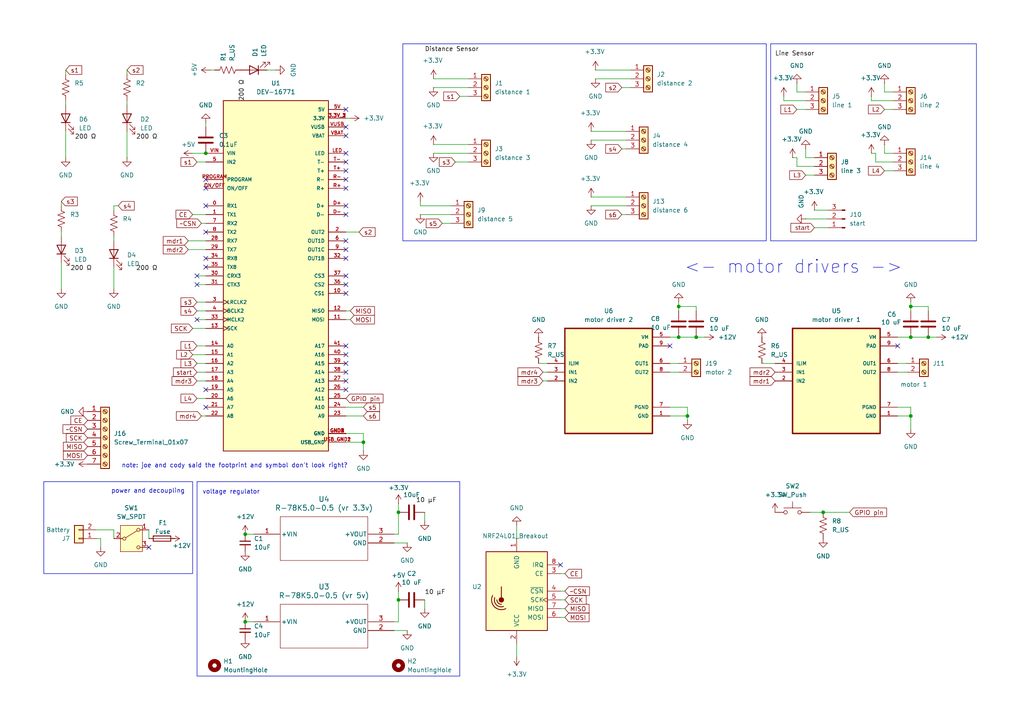
<source format=kicad_sch>
(kicad_sch (version 20250114) (generator "eeschema") (generator_version "9.0")
  (paper "A4")
  (rectangle (start 116.84 12.7) (end 222.25 69.85))
  (rectangle (start 223.52 12.7) (end 283.21 69.85))
  (rectangle (start 57.15 139.7) (end 133.35 196.088))
  (rectangle (start 12.7 139.7) (end 55.88 166.37))
  (text "power and decoupling" (at 42.926 142.494 0) (effects (font (size 1.27 1.27))))
  (text "voltage regulator" (at 67.056 142.748 0) (effects (font (size 1.27 1.27))))
  (text "note: joe and cody said the footprint and symbol don't look right?" (at 68.072 135.128 0) (effects (font (size 1.27 1.27))))
  (text "<- motor drivers ->" (at 230.124 77.47 0) (effects (font (size 3.81 3.81))))
  (junction (at 196.85 97.79))
  (junction (at 105.41 128.27))
  (junction (at 59.69 44.45))
  (junction (at 201.93 97.79))
  (junction (at 199.39 120.65))
  (junction (at 269.24 97.79))
  (junction (at 264.16 97.79))
  (junction (at 264.16 120.65))
  (junction (at 71.12 180.34))
  (junction (at 196.85 88.9))
  (junction (at 115.57 148.59))
  (junction (at 238.76 148.59))
  (junction (at 115.57 173.99))
  (junction (at 71.12 154.94))
  (junction (at 264.16 88.9))
  (no_connect (at 59.69 54.61))
  (no_connect (at 100.33 113.03))
  (no_connect (at 100.33 107.95))
  (no_connect (at 100.33 59.69))
  (no_connect (at 100.33 82.55))
  (no_connect (at 100.33 31.75))
  (no_connect (at 59.69 67.31))
  (no_connect (at 59.69 113.03))
  (no_connect (at 43.18 158.75))
  (no_connect (at 59.69 118.11))
  (no_connect (at 100.33 44.45))
  (no_connect (at 162.56 163.83))
  (no_connect (at 57.15 82.55))
  (no_connect (at 100.33 74.93))
  (no_connect (at 100.33 85.09))
  (no_connect (at 59.69 74.93))
  (no_connect (at 100.33 100.33))
  (no_connect (at 59.69 52.07))
  (no_connect (at 100.33 105.41))
  (no_connect (at 100.33 54.61))
  (no_connect (at 100.33 69.85))
  (no_connect (at 57.15 92.71))
  (no_connect (at 100.33 39.37))
  (no_connect (at 100.33 102.87))
  (no_connect (at 100.33 110.49))
  (no_connect (at 100.33 62.23))
  (no_connect (at 59.69 59.69))
  (no_connect (at 260.35 100.33))
  (no_connect (at 59.69 77.47))
  (no_connect (at 100.33 46.99))
  (no_connect (at 194.31 100.33))
  (no_connect (at 100.33 72.39))
  (no_connect (at 100.33 52.07))
  (no_connect (at 100.33 36.83))
  (no_connect (at 100.33 49.53))
  (no_connect (at 100.33 80.01))
  (no_connect (at 57.15 80.01))
  (wire (pts (xy 115.57 146.05) (xy 115.57 148.59)))
  (wire (pts (xy 33.02 59.69) (xy 33.02 60.96)))
  (wire (pts (xy 236.22 60.96) (xy 240.03 60.96)))
  (wire (pts (xy 59.69 35.56) (xy 59.69 36.83)))
  (wire (pts (xy 125.73 22.86) (xy 135.89 22.86)))
  (wire (pts (xy 264.16 88.9) (xy 264.16 87.63)))
  (wire (pts (xy 17.78 58.42) (xy 17.78 59.69)))
  (wire (pts (xy 105.41 130.81) (xy 105.41 128.27)))
  (wire (pts (xy 57.15 92.71) (xy 59.69 92.71)))
  (wire (pts (xy 264.16 120.65) (xy 260.35 120.65)))
  (wire (pts (xy 101.6 34.29) (xy 100.33 34.29)))
  (wire (pts (xy 115.57 171.45) (xy 115.57 173.99)))
  (wire (pts (xy 220.98 105.41) (xy 224.79 105.41)))
  (wire (pts (xy 115.57 154.94) (xy 114.3 154.94)))
  (wire (pts (xy 105.41 120.65) (xy 100.33 120.65)))
  (wire (pts (xy 196.85 97.79) (xy 201.93 97.79)))
  (wire (pts (xy 105.41 128.27) (xy 100.33 128.27)))
  (wire (pts (xy 194.31 105.41) (xy 196.85 105.41)))
  (wire (pts (xy 163.83 176.53) (xy 162.56 176.53)))
  (wire (pts (xy 234.95 148.59) (xy 238.76 148.59)))
  (wire (pts (xy 260.35 105.41) (xy 262.89 105.41)))
  (wire (pts (xy 33.02 69.85) (xy 33.02 68.58)))
  (wire (pts (xy 252.73 29.21) (xy 252.73 27.94)))
  (wire (pts (xy 180.34 25.4) (xy 182.88 25.4)))
  (wire (pts (xy 199.39 120.65) (xy 199.39 118.11)))
  (wire (pts (xy 54.61 69.85) (xy 59.69 69.85)))
  (wire (pts (xy 57.15 82.55) (xy 59.69 82.55)))
  (wire (pts (xy 256.54 24.13) (xy 256.54 26.67)))
  (wire (pts (xy 201.93 97.79) (xy 204.47 97.79)))
  (wire (pts (xy 163.83 173.99) (xy 162.56 173.99)))
  (wire (pts (xy 254 46.99) (xy 259.08 46.99)))
  (wire (pts (xy 264.16 88.9) (xy 264.16 90.17)))
  (wire (pts (xy 157.48 110.49) (xy 158.75 110.49)))
  (wire (pts (xy 199.39 118.11) (xy 194.31 118.11)))
  (wire (pts (xy 196.85 88.9) (xy 196.85 90.17)))
  (wire (pts (xy 157.48 107.95) (xy 158.75 107.95)))
  (wire (pts (xy 57.15 110.49) (xy 59.69 110.49)))
  (wire (pts (xy 264.16 118.11) (xy 264.16 120.65)))
  (wire (pts (xy 231.14 31.75) (xy 233.68 31.75)))
  (wire (pts (xy 57.15 80.01) (xy 59.69 80.01)))
  (wire (pts (xy 115.57 180.34) (xy 114.3 180.34)))
  (wire (pts (xy 254 44.45) (xy 254 46.99)))
  (wire (pts (xy 114.3 157.48) (xy 118.11 157.48)))
  (wire (pts (xy 231.14 48.26) (xy 236.22 48.26)))
  (wire (pts (xy 29.21 156.21) (xy 29.21 158.75)))
  (wire (pts (xy 58.42 120.65) (xy 59.69 120.65)))
  (wire (pts (xy 17.78 68.58) (xy 17.78 67.31)))
  (wire (pts (xy 80.01 20.32) (xy 77.47 20.32)))
  (wire (pts (xy 125.73 41.91) (xy 135.89 41.91)))
  (wire (pts (xy 115.57 173.99) (xy 115.57 180.34)))
  (wire (pts (xy 123.19 148.59) (xy 123.19 151.13)))
  (wire (pts (xy 57.15 107.95) (xy 59.69 107.95)))
  (wire (pts (xy 57.15 90.17) (xy 59.69 90.17)))
  (wire (pts (xy 34.29 59.69) (xy 33.02 59.69)))
  (wire (pts (xy 33.02 77.47) (xy 33.02 83.82)))
  (wire (pts (xy 55.88 62.23) (xy 59.69 62.23)))
  (wire (pts (xy 233.68 45.72) (xy 236.22 45.72)))
  (wire (pts (xy 57.15 100.33) (xy 59.69 100.33)))
  (wire (pts (xy 231.14 26.67) (xy 233.68 26.67)))
  (wire (pts (xy 54.61 72.39) (xy 59.69 72.39)))
  (wire (pts (xy 269.24 90.17) (xy 269.24 88.9)))
  (wire (pts (xy 60.96 20.32) (xy 62.23 20.32)))
  (wire (pts (xy 133.35 27.94) (xy 135.89 27.94)))
  (wire (pts (xy 264.16 120.65) (xy 264.16 124.46)))
  (wire (pts (xy 163.83 179.07) (xy 162.56 179.07)))
  (wire (pts (xy 27.94 156.21) (xy 29.21 156.21)))
  (wire (pts (xy 196.85 88.9) (xy 196.85 87.63)))
  (wire (pts (xy 57.15 105.41) (xy 59.69 105.41)))
  (wire (pts (xy 36.83 38.1) (xy 36.83 45.72)))
  (wire (pts (xy 194.31 97.79) (xy 196.85 97.79)))
  (wire (pts (xy 180.34 62.23) (xy 181.61 62.23)))
  (wire (pts (xy 132.08 46.99) (xy 135.89 46.99)))
  (wire (pts (xy 194.31 120.65) (xy 199.39 120.65)))
  (wire (pts (xy 171.45 57.15) (xy 181.61 57.15)))
  (wire (pts (xy 231.14 45.72) (xy 229.87 45.72)))
  (wire (pts (xy 55.88 102.87) (xy 59.69 102.87)))
  (wire (pts (xy 180.34 43.18) (xy 181.61 43.18)))
  (wire (pts (xy 264.16 97.79) (xy 269.24 97.79)))
  (wire (pts (xy 264.16 88.9) (xy 269.24 88.9)))
  (wire (pts (xy 256.54 26.67) (xy 259.08 26.67)))
  (wire (pts (xy 105.41 125.73) (xy 105.41 128.27)))
  (wire (pts (xy 256.54 49.53) (xy 259.08 49.53)))
  (wire (pts (xy 171.45 40.64) (xy 181.61 40.64)))
  (wire (pts (xy 101.6 90.17) (xy 100.33 90.17)))
  (wire (pts (xy 123.19 173.99) (xy 123.19 176.53)))
  (wire (pts (xy 27.94 153.67) (xy 33.02 153.67)))
  (wire (pts (xy 236.22 66.04) (xy 240.03 66.04)))
  (wire (pts (xy 17.78 76.2) (xy 17.78 83.82)))
  (wire (pts (xy 156.21 105.41) (xy 158.75 105.41)))
  (wire (pts (xy 260.35 118.11) (xy 264.16 118.11)))
  (wire (pts (xy 231.14 24.13) (xy 231.14 26.67)))
  (wire (pts (xy 115.57 148.59) (xy 115.57 154.94)))
  (wire (pts (xy 19.05 30.48) (xy 19.05 29.21)))
  (wire (pts (xy 71.12 154.94) (xy 73.66 154.94)))
  (wire (pts (xy 121.92 59.69) (xy 130.81 59.69)))
  (wire (pts (xy 105.41 118.11) (xy 100.33 118.11)))
  (wire (pts (xy 33.02 153.67) (xy 33.02 156.21)))
  (wire (pts (xy 58.42 64.77) (xy 59.69 64.77)))
  (wire (pts (xy 128.27 64.77) (xy 130.81 64.77)))
  (wire (pts (xy 57.15 46.99) (xy 59.69 46.99)))
  (wire (pts (xy 233.68 63.5) (xy 240.03 63.5)))
  (wire (pts (xy 269.24 97.79) (xy 271.78 97.79)))
  (wire (pts (xy 55.88 95.25) (xy 59.69 95.25)))
  (wire (pts (xy 101.6 92.71) (xy 100.33 92.71)))
  (wire (pts (xy 36.83 30.48) (xy 36.83 29.21)))
  (wire (pts (xy 19.05 38.1) (xy 19.05 45.72)))
  (wire (pts (xy 238.76 148.59) (xy 246.38 148.59)))
  (wire (pts (xy 233.68 43.18) (xy 233.68 45.72)))
  (wire (pts (xy 125.73 25.4) (xy 135.89 25.4)))
  (wire (pts (xy 194.31 107.95) (xy 196.85 107.95)))
  (wire (pts (xy 227.33 29.21) (xy 227.33 27.94)))
  (wire (pts (xy 259.08 29.21) (xy 252.73 29.21)))
  (wire (pts (xy 149.86 186.69) (xy 149.86 190.5)))
  (wire (pts (xy 19.05 20.32) (xy 19.05 21.59)))
  (wire (pts (xy 162.56 166.37) (xy 163.83 166.37)))
  (wire (pts (xy 256.54 41.91) (xy 256.54 44.45)))
  (wire (pts (xy 256.54 44.45) (xy 259.08 44.45)))
  (wire (pts (xy 57.15 115.57) (xy 59.69 115.57)))
  (wire (pts (xy 172.72 20.32) (xy 182.88 20.32)))
  (wire (pts (xy 171.45 38.1) (xy 181.61 38.1)))
  (wire (pts (xy 100.33 67.31) (xy 104.14 67.31)))
  (wire (pts (xy 43.18 153.67) (xy 43.18 156.21)))
  (wire (pts (xy 114.3 182.88) (xy 118.11 182.88)))
  (wire (pts (xy 49.53 156.21) (xy 50.8 156.21)))
  (wire (pts (xy 199.39 121.92) (xy 199.39 120.65)))
  (wire (pts (xy 125.73 44.45) (xy 135.89 44.45)))
  (wire (pts (xy 260.35 107.95) (xy 262.89 107.95)))
  (wire (pts (xy 201.93 88.9) (xy 196.85 88.9)))
  (wire (pts (xy 172.72 22.86) (xy 182.88 22.86)))
  (wire (pts (xy 149.86 156.21) (xy 149.86 152.4)))
  (wire (pts (xy 121.92 62.23) (xy 130.81 62.23)))
  (wire (pts (xy 260.35 97.79) (xy 264.16 97.79)))
  (wire (pts (xy 256.54 31.75) (xy 259.08 31.75)))
  (wire (pts (xy 163.83 171.45) (xy 162.56 171.45)))
  (wire (pts (xy 55.88 44.45) (xy 59.69 44.45)))
  (wire (pts (xy 121.92 59.69) (xy 121.92 58.42)))
  (wire (pts (xy 231.14 45.72) (xy 231.14 48.26)))
  (wire (pts (xy 233.68 50.8) (xy 236.22 50.8)))
  (wire (pts (xy 254 44.45) (xy 252.73 44.45)))
  (wire (pts (xy 36.83 20.32) (xy 36.83 21.59)))
  (wire (pts (xy 233.68 29.21) (xy 227.33 29.21)))
  (wire (pts (xy 71.12 180.34) (xy 73.66 180.34)))
  (wire (pts (xy 201.93 88.9) (xy 201.93 90.17)))
  (wire (pts (xy 57.15 87.63) (xy 59.69 87.63)))
  (wire (pts (xy 171.45 59.69) (xy 181.61 59.69)))
  (wire (pts (xy 100.33 125.73) (xy 105.41 125.73)))
  (label "200 Ω" (at 45.72 78.74 180))
  (label "10 µF" (at 123.19 172.72 0))
  (label "200 Ω" (at 71.12 29.21 90))
  (label "Distance Sensor" (at 123.19 15.24 0))
  (label "200 Ω" (at 26.67 78.74 180))
  (label "200 Ω" (at 45.72 40.64 180))
  (label "200 Ω" (at 27.94 40.64 180))
  (label "Line Sensor" (at 224.79 16.51 0))
  (label "10 µF" (at 120.65 146.05 0))
  (global_label "s2" (shape input) (at 180.34 25.4 180) (property "Intersheetrefs" "${INTERSHEET_REFS}" (effects (hide yes))))
  (global_label "MISO" (shape input) (at 25.4 129.54 180) (property "Intersheetrefs" "${INTERSHEET_REFS}" (effects (hide yes))))
  (global_label "MOSI" (shape input) (at 101.6 92.71 0) (property "Intersheetrefs" "${INTERSHEET_REFS}" (effects (hide yes))))
  (global_label "mdr2" (shape input) (at 224.79 107.95 180) (property "Intersheetrefs" "${INTERSHEET_REFS}" (effects (hide yes))))
  (global_label "L1" (shape input) (at 57.15 100.33 180) (property "Intersheetrefs" "${INTERSHEET_REFS}" (effects (hide yes))))
  (global_label "L2" (shape input) (at 256.54 31.75 180) (property "Intersheetrefs" "${INTERSHEET_REFS}" (effects (hide yes))))
  (global_label "s1" (shape input) (at 19.05 20.32 0) (property "Intersheetrefs" "${INTERSHEET_REFS}" (effects (hide yes))))
  (global_label "s6" (shape input) (at 180.34 62.23 180) (property "Intersheetrefs" "${INTERSHEET_REFS}" (effects (hide yes))))
  (global_label "GPIO pin" (shape input) (at 246.38 148.59 0) (property "Intersheetrefs" "${INTERSHEET_REFS}" (effects (hide yes))))
  (global_label "mdr4" (shape input) (at 58.42 120.65 180) (property "Intersheetrefs" "${INTERSHEET_REFS}" (effects (hide yes))))
  (global_label "mdr2" (shape input) (at 54.61 72.39 180) (property "Intersheetrefs" "${INTERSHEET_REFS}" (effects (hide yes))))
  (global_label "~CSN" (shape input) (at 58.42 64.77 180) (property "Intersheetrefs" "${INTERSHEET_REFS}" (effects (hide yes))))
  (global_label "MOSI" (shape input) (at 163.83 179.07 0) (property "Intersheetrefs" "${INTERSHEET_REFS}" (effects (hide yes))))
  (global_label "s4" (shape input) (at 57.15 90.17 180) (property "Intersheetrefs" "${INTERSHEET_REFS}" (effects (hide yes))))
  (global_label "mdr3" (shape input) (at 57.15 110.49 180) (property "Intersheetrefs" "${INTERSHEET_REFS}" (effects (hide yes))))
  (global_label "mdr3" (shape input) (at 157.48 110.49 180) (property "Intersheetrefs" "${INTERSHEET_REFS}" (effects (hide yes))))
  (global_label "SCK" (shape input) (at 25.4 127 180) (property "Intersheetrefs" "${INTERSHEET_REFS}" (effects (hide yes))))
  (global_label "s4" (shape input) (at 180.34 43.18 180) (property "Intersheetrefs" "${INTERSHEET_REFS}" (effects (hide yes))))
  (global_label "L4" (shape input) (at 256.54 49.53 180) (property "Intersheetrefs" "${INTERSHEET_REFS}" (effects (hide yes))))
  (global_label "~CSN" (shape input) (at 163.83 171.45 0) (property "Intersheetrefs" "${INTERSHEET_REFS}" (effects (hide yes))))
  (global_label "s2" (shape input) (at 36.83 20.32 0) (property "Intersheetrefs" "${INTERSHEET_REFS}" (effects (hide yes))))
  (global_label "s1" (shape input) (at 57.15 46.99 180) (property "Intersheetrefs" "${INTERSHEET_REFS}" (effects (hide yes))))
  (global_label "s3" (shape input) (at 132.08 46.99 180) (property "Intersheetrefs" "${INTERSHEET_REFS}" (effects (hide yes))))
  (global_label "CE" (shape input) (at 25.4 121.92 180) (property "Intersheetrefs" "${INTERSHEET_REFS}" (effects (hide yes))))
  (global_label "s2" (shape input) (at 104.14 67.31 0) (property "Intersheetrefs" "${INTERSHEET_REFS}" (effects (hide yes))))
  (global_label "CE" (shape input) (at 163.83 166.37 0) (property "Intersheetrefs" "${INTERSHEET_REFS}" (effects (hide yes))))
  (global_label "s3" (shape input) (at 17.78 58.42 0) (property "Intersheetrefs" "${INTERSHEET_REFS}" (effects (hide yes))))
  (global_label "s3" (shape input) (at 57.15 87.63 180) (property "Intersheetrefs" "${INTERSHEET_REFS}" (effects (hide yes))))
  (global_label "L3" (shape input) (at 233.68 50.8 180) (property "Intersheetrefs" "${INTERSHEET_REFS}" (effects (hide yes))))
  (global_label "start" (shape input) (at 57.15 107.95 180) (property "Intersheetrefs" "${INTERSHEET_REFS}" (effects (hide yes))))
  (global_label "mdr1" (shape input) (at 224.79 110.49 180) (property "Intersheetrefs" "${INTERSHEET_REFS}" (effects (hide yes))))
  (global_label "GPIO pin" (shape input) (at 100.33 115.57 0) (property "Intersheetrefs" "${INTERSHEET_REFS}" (effects (hide yes))))
  (global_label "s5" (shape input) (at 105.41 118.11 0) (property "Intersheetrefs" "${INTERSHEET_REFS}" (effects (hide yes))))
  (global_label "L4" (shape input) (at 57.15 115.57 180) (property "Intersheetrefs" "${INTERSHEET_REFS}" (effects (hide yes))))
  (global_label "MISO" (shape input) (at 101.6 90.17 0) (property "Intersheetrefs" "${INTERSHEET_REFS}" (effects (hide yes))))
  (global_label "start" (shape input) (at 236.22 66.04 180) (property "Intersheetrefs" "${INTERSHEET_REFS}" (effects (hide yes))))
  (global_label "~CSN" (shape input) (at 25.4 124.46 180) (property "Intersheetrefs" "${INTERSHEET_REFS}" (effects (hide yes))))
  (global_label "L3" (shape input) (at 57.15 105.41 180) (property "Intersheetrefs" "${INTERSHEET_REFS}" (effects (hide yes))))
  (global_label "L2" (shape input) (at 55.88 102.87 180) (property "Intersheetrefs" "${INTERSHEET_REFS}" (effects (hide yes))))
  (global_label "mdr4" (shape input) (at 157.48 107.95 180) (property "Intersheetrefs" "${INTERSHEET_REFS}" (effects (hide yes))))
  (global_label "SCK" (shape input) (at 55.88 95.25 180) (property "Intersheetrefs" "${INTERSHEET_REFS}" (effects (hide yes))))
  (global_label "L1" (shape input) (at 231.14 31.75 180) (property "Intersheetrefs" "${INTERSHEET_REFS}" (effects (hide yes))))
  (global_label "CE" (shape input) (at 55.88 62.23 180) (property "Intersheetrefs" "${INTERSHEET_REFS}" (effects (hide yes))))
  (global_label "MOSI" (shape input) (at 25.4 132.08 180) (property "Intersheetrefs" "${INTERSHEET_REFS}" (effects (hide yes))))
  (global_label "mdr1" (shape input) (at 54.61 69.85 180) (property "Intersheetrefs" "${INTERSHEET_REFS}" (effects (hide yes))))
  (global_label "s6" (shape input) (at 105.41 120.65 0) (property "Intersheetrefs" "${INTERSHEET_REFS}" (effects (hide yes))))
  (global_label "SCK" (shape input) (at 163.83 173.99 0) (property "Intersheetrefs" "${INTERSHEET_REFS}" (effects (hide yes))))
  (global_label "MISO" (shape input) (at 163.83 176.53 0) (property "Intersheetrefs" "${INTERSHEET_REFS}" (effects (hide yes))))
  (global_label "s5" (shape input) (at 128.27 64.77 180) (property "Intersheetrefs" "${INTERSHEET_REFS}" (effects (hide yes))))
  (global_label "s1" (shape input) (at 133.35 27.94 180) (property "Intersheetrefs" "${INTERSHEET_REFS}" (effects (hide yes))))
  (global_label "s4" (shape input) (at 34.29 59.69 0) (property "Intersheetrefs" "${INTERSHEET_REFS}" (effects (hide yes))))
  (symbol (lib_id "power:GND") (at 125.73 44.45 0) (unit 1)
    (property "Reference" "#PWR06" (effects (hide yes)))
    (property "Value" "GND" (at 125.73 49.53 0))
    (property "Description" "Power symbol creates a global label with name \"GND\" , ground" (effects (hide yes)))
  )
  (symbol (lib_name "+5V_1") (lib_id "power:+5V") (at 115.57 146.05 0) (unit 1)
    (property "Reference" "#PWR028" (effects (hide yes)))
    (property "Value" "+3.3V" (at 115.57 141.478 0))
    (property "Description" "Power symbol creates a global label with name \"+5V\"" (effects (hide yes)))
  )
  (symbol (lib_id "power:+12V") (at 49.53 156.21 270) (unit 1)
    (property "Reference" "#PWR021" (effects (hide yes)))
    (property "Value" "+12V" (at 50.038 158.242 90) (effects (justify left)))
    (property "Description" "Power symbol creates a global label with name \"+12V\"" (effects (hide yes)))
  )
  (symbol (lib_id "power:+3.3V") (at 236.22 60.96 0) (unit 1)
    (property "Reference" "#PWR051" (effects (hide yes)))
    (property "Value" "+3.3V" (at 235.966 55.626 0))
    (property "Description" "Power symbol creates a global label with name \"+3.3V\"" (effects (hide yes)))
  )
  (symbol (lib_id "power:GND") (at 231.14 24.13 0) (mirror x) (unit 1)
    (property "Reference" "#PWR010" (effects (hide yes)))
    (property "Value" "GND" (at 231.14 19.05 0))
  )
  (symbol (lib_id "Device:C_Small") (at 71.12 157.48 0) (unit 1)
    (property "Reference" "C1" (at 73.66 156.2162 0) (effects (justify left)))
    (property "Value" "10uF" (at 73.66 158.7562 0) (effects (justify left)))
    (property "Footprint" "Capacitor_SMD:C_0805_2012Metric" (effects (hide yes)))
    (property "Description" "Unpolarized capacitor, small symbol" (effects (hide yes)))
  )
  (symbol (lib_id "Connector:Screw_Terminal_01x03") (at 186.69 59.69 0) (unit 1)
    (property "Reference" "J13" (at 189.23 58.4199 0) (effects (justify left)))
    (property "Value" "distance 6" (at 189.23 60.9599 0) (effects (justify left)))
    (property "Footprint" "TerminalBlock:TerminalBlock_Xinya_XY308-2.54-3P_1x03_P2.54mm_Horizontal" (effects (hide yes)))
    (property "Description" "Generic screw terminal, single row, 01x03, script generated (kicad-library-utils/schlib/autogen/connector/)" (effects (hide yes)))
  )
  (symbol (lib_id "RF:NRF24L01_Breakout") (at 149.86 171.45 180) (unit 1)
    (property "Reference" "U2" (at 139.7 170.1799 0) (effects (justify left)))
    (property "Value" "NRF24L01_Breakout" (at 159.004 155.448 0) (effects (justify left)))
    (property "Footprint" "RF_Module:nRF24L01_Breakout" (effects (hide yes)))
    (property "Datasheet" "http://www.nordicsemi.com/eng/content/download/2730/34105/file/nRF24L01_Product_Specification_v2_0.pdf" (effects (hide yes)))
    (property "Description" "Ultra low power 2.4GHz RF Transceiver, Carrier PCB" (effects (hide yes)))
  )
  (symbol (lib_id "power:GND") (at 118.11 157.48 0) (unit 1)
    (property "Reference" "#PWR038" (effects (hide yes)))
    (property "Value" "GND" (at 118.11 162.56 0))
    (property "Description" "Power symbol creates a global label with name \"GND\" , ground" (effects (hide yes)))
  )
  (symbol (lib_id "power:GND") (at 238.76 156.21 0) (unit 1)
    (property "Reference" "#PWR016" (effects (hide yes)))
    (property "Value" "GND" (at 238.76 161.29 0))
    (property "Description" "Power symbol creates a global label with name \"GND\" , ground" (effects (hide yes)))
  )
  (symbol (lib_id "Connector:Screw_Terminal_01x07") (at 30.48 127 0) (unit 1)
    (property "Reference" "J16" (at 33.02 125.7299 0) (effects (justify left)))
    (property "Value" "Screw_Terminal_01x07" (at 33.02 128.2699 0) (effects (justify left)))
    (property "Footprint" "TerminalBlock:TerminalBlock_Xinya_XY308-2.54-7P_1x07_P2.54mm_Horizontal" (effects (hide yes)))
    (property "Description" "Generic screw terminal, single row, 01x07, script generated (kicad-library-utils/schlib/autogen/connector/)" (effects (hide yes)))
  )
  (symbol (lib_id "Device:R_US") (at 238.76 152.4 0) (unit 1)
    (property "Reference" "R8" (at 241.3 151.1299 0) (effects (justify left)))
    (property "Value" "R_US" (at 241.3 153.6699 0) (effects (justify left)))
    (property "Footprint" "Resistor_SMD:R_0805_2012Metric" (effects (hide yes)))
    (property "Description" "Resistor, US symbol" (effects (hide yes)))
  )
  (symbol (lib_id "power:GND") (at 118.11 182.88 0) (unit 1)
    (property "Reference" "#PWR019" (effects (hide yes)))
    (property "Value" "GND" (at 118.11 187.96 0))
    (property "Description" "Power symbol creates a global label with name \"GND\" , ground" (effects (hide yes)))
  )
  (symbol (lib_id "Connector:Screw_Terminal_01x03") (at 264.16 29.21 0) (unit 1)
    (property "Reference" "J6" (at 266.7 27.9399 0) (effects (justify left)))
    (property "Value" "line 2" (at 266.7 30.4799 0) (effects (justify left)))
    (property "Footprint" "TerminalBlock:TerminalBlock_Xinya_XY308-2.54-3P_1x03_P2.54mm_Horizontal" (effects (hide yes)))
    (property "Description" "Generic screw terminal, single row, 01x03, script generated (kicad-library-utils/schlib/autogen/connector/)" (effects (hide yes)))
  )
  (symbol (lib_id "power:GND") (at 256.54 41.91 0) (mirror x) (unit 1)
    (property "Reference" "#PWR029" (effects (hide yes)))
    (property "Value" "GND" (at 256.54 36.83 0))
  )
  (symbol (lib_id "power:+3.3V") (at 25.4 134.62 90) (unit 1)
    (property "Reference" "#PWR011" (effects (hide yes)))
    (property "Value" "+3.3V" (at 21.59 134.6199 90) (effects (justify left)))
    (property "Description" "Power symbol creates a global label with name \"+3.3V\"" (effects (hide yes)))
  )
  (symbol (lib_id "power:GND") (at 33.02 83.82 0) (unit 1)
    (property "Reference" "#PWR036" (effects (hide yes)))
    (property "Value" "GND" (at 33.02 88.9 0))
    (property "Description" "Power symbol creates a global label with name \"GND\" , ground" (effects (hide yes)))
  )
  (symbol (lib_id "Connector:Screw_Terminal_01x03") (at 187.96 22.86 0) (unit 1)
    (property "Reference" "J2" (at 190.5 21.5899 0) (effects (justify left)))
    (property "Value" "distance 2" (at 190.5 24.1299 0) (effects (justify left)))
    (property "Footprint" "TerminalBlock:TerminalBlock_Xinya_XY308-2.54-3P_1x03_P2.54mm_Horizontal" (effects (hide yes)))
    (property "Description" "Generic screw terminal, single row, 01x03, script generated (kicad-library-utils/schlib/autogen/connector/)" (effects (hide yes)))
  )
  (symbol (lib_id "Device:R_US") (at 156.21 101.6 0) (unit 1)
    (property "Reference" "R7" (at 158.75 100.3299 0) (effects (justify left)))
    (property "Value" "R_US" (at 158.75 102.8699 0) (effects (justify left)))
    (property "Footprint" "Resistor_SMD:R_0805_2012Metric" (effects (hide yes)))
    (property "Description" "Resistor, US symbol" (effects (hide yes)))
  )
  (symbol (lib_id "Device:C_Small") (at 71.12 182.88 0) (unit 1)
    (property "Reference" "C4" (at 73.66 181.6162 0) (effects (justify left)))
    (property "Value" "10uF" (at 73.66 184.1562 0) (effects (justify left)))
    (property "Footprint" "Capacitor_SMD:C_0805_2012Metric" (effects (hide yes)))
    (property "Description" "Unpolarized capacitor, small symbol" (effects (hide yes)))
  )
  (symbol (lib_id "Mechanical:MountingHole") (at 115.57 193.04 0) (unit 1) (exclude_from_sim yes) (in_bom no)
    (property "Reference" "H2" (at 118.11 191.7699 0) (effects (justify left)))
    (property "Value" "MountingHole" (at 118.11 194.3099 0) (effects (justify left)))
    (property "Footprint" "MountingHole:MountingHole_2.5mm" (effects (hide yes)))
    (property "Description" "Mounting Hole without connection" (effects (hide yes)))
  )
  (symbol (lib_name "+5V_2") (lib_id "power:+5V") (at 55.88 44.45 90) (unit 1)
    (property "Reference" "#PWR025" (effects (hide yes)))
    (property "Value" "+5V" (at 54.61 41.91 90))
    (property "Description" "Power symbol creates a global label with name \"+5V\"" (effects (hide yes)))
  )
  (symbol (lib_id "power:GND") (at 264.16 87.63 180) (unit 1)
    (property "Reference" "#PWR02" (effects (hide yes)))
    (property "Value" "GND" (at 264.16 82.55 0))
    (property "Description" "Power symbol creates a global label with name \"GND\" , ground" (effects (hide yes)))
  )
  (symbol (lib_id "Device:R_US") (at 66.04 20.32 90) (unit 1)
    (property "Reference" "R1" (at 64.7699 17.78 0) (effects (justify left)))
    (property "Value" "R_US" (at 67.3099 17.78 0) (effects (justify left)))
    (property "Footprint" "Resistor_SMD:R_0805_2012Metric" (effects (hide yes)))
    (property "Description" "Resistor, US symbol" (effects (hide yes)))
  )
  (symbol (lib_id "Device:C") (at 269.24 93.98 180) (unit 1)
    (property "Reference" "C7" (at 273.05 92.7099 0) (effects (justify right)))
    (property "Value" "10 uF" (at 273.05 95.2499 0) (effects (justify right)))
    (property "Footprint" "Capacitor_SMD:C_0805_2012Metric" (effects (hide yes)))
    (property "Description" "Unpolarized capacitor" (effects (hide yes)))
  )
  (symbol (lib_id "power:+3.3V") (at 149.86 190.5 180) (unit 1)
    (property "Reference" "#PWR07" (effects (hide yes)))
    (property "Value" "+3.3V" (at 149.86 195.58 0))
    (property "Description" "Power symbol creates a global label with name \"+3.3V\"" (effects (hide yes)))
  )
  (symbol (lib_id "Device:Fuse") (at 46.99 156.21 90) (unit 1)
    (property "Reference" "F1" (at 47.244 151.638 90))
    (property "Value" "Fuse" (at 47.244 154.178 90))
    (property "Footprint" "Fuse:Fuse_1206_3216Metric" (effects (hide yes)))
    (property "Description" "Fuse" (effects (hide yes)))
  )
  (symbol (lib_id "Device:C") (at 59.69 40.64 0) (unit 1)
    (property "Reference" "C3" (at 63.5 39.3699 0) (effects (justify left)))
    (property "Value" "0.1uF" (at 63.5 41.9099 0) (effects (justify left)))
    (property "Footprint" "Capacitor_SMD:C_0805_2012Metric" (effects (hide yes)))
    (property "Description" "Unpolarized capacitor" (effects (hide yes)))
  )
  (symbol (lib_id "power:GND") (at 196.85 87.63 180) (unit 1)
    (property "Reference" "#PWR053" (effects (hide yes)))
    (property "Value" "GND" (at 196.85 82.55 0))
    (property "Description" "Power symbol creates a global label with name \"GND\" , ground" (effects (hide yes)))
  )
  (symbol (lib_id "power:GND") (at 233.68 63.5 270) (unit 1)
    (property "Reference" "#PWR030" (effects (hide yes)))
    (property "Value" "GND" (at 232.41 58.42 0))
    (property "Description" "Power symbol creates a global label with name \"GND\" , ground" (effects (hide yes)))
  )
  (symbol (lib_id "power:GND") (at 256.54 24.13 0) (mirror x) (unit 1)
    (property "Reference" "#PWR012" (effects (hide yes)))
    (property "Value" "GND" (at 256.54 19.05 0))
  )
  (symbol (lib_id "power:GND") (at 264.16 124.46 0) (unit 1)
    (property "Reference" "#PWR037" (effects (hide yes)))
    (property "Value" "GND" (at 264.16 129.54 0))
    (property "Description" "Power symbol creates a global label with name \"GND\" , ground" (effects (hide yes)))
  )
  (symbol (lib_id "power:GND") (at 59.69 35.56 180) (unit 1)
    (property "Reference" "#PWR026" (effects (hide yes)))
    (property "Value" "GND" (at 59.69 30.48 0))
    (property "Description" "Power symbol creates a global label with name \"GND\" , ground" (effects (hide yes)))
  )
  (symbol (lib_id "DEV-16771:DEV-16771") (at 80.01 80.01 0) (unit 1)
    (property "Reference" "U1" (at 80.01 24.13 0))
    (property "Value" "DEV-16771" (at 80.01 26.67 0))
    (property "Footprint" "pleseowrk:teensy" (effects (hide yes)))
    (property "Description" "\nRT1062 Teensy 4.1 series ARM® Cortex®-M7 MPU Embedded Evaluation Board\n" (effects (hide yes)))
    (property "MF" "SparkFun Electronics" (effects (hide yes)))
    (property "MAXIMUM_PACKAGE_HEIGHT" "4.07mm" (effects (hide yes)))
    (property "Package" "None" (effects (hide yes)))
    (property "Price" "None" (effects (hide yes)))
    (property "Check_prices" "https://www.snapeda.com/parts/DEV-16771/SparkFun+Electronics/view-part/?ref=eda" (effects (hide yes)))
    (property "STANDARD" "Manufacturer recommendations" (effects (hide yes)))
    (property "PARTREV" "4.1" (effects (hide yes)))
    (property "SnapEDA_Link" "https://www.snapeda.com/parts/DEV-16771/SparkFun+Electronics/view-part/?ref=snap" (effects (hide yes)))
    (property "MP" "DEV-16771" (effects (hide yes)))
    (property "Purchase-URL" "https://www.snapeda.com/api/url_track_click_mouser/?unipart_id=4833875&manufacturer=SparkFun Electronics&part_name=DEV-16771&search_term=None" (effects (hide yes)))
    (property "Availability" "In Stock" (effects (hide yes)))
    (property "MANUFACTURER" "SparkFun Electronics" (effects (hide yes)))
  )
  (symbol (lib_id "power:GND") (at 19.05 45.72 0) (unit 1)
    (property "Reference" "#PWR040" (effects (hide yes)))
    (property "Value" "GND" (at 19.05 50.8 0))
    (property "Description" "Power symbol creates a global label with name \"GND\" , ground" (effects (hide yes)))
  )
  (symbol (lib_id "power:GND") (at 25.4 119.38 270) (unit 1)
    (property "Reference" "#PWR09" (effects (hide yes)))
    (property "Value" "GND" (at 21.59 119.3799 90) (effects (justify right)))
    (property "Description" "Power symbol creates a global label with name \"GND\" , ground" (effects (hide yes)))
  )
  (symbol (lib_id "Device:R_US") (at 19.05 25.4 0) (unit 1)
    (property "Reference" "R5" (at 21.59 24.1299 0) (effects (justify left)))
    (property "Value" "R_US" (effects (hide yes)))
    (property "Footprint" "Resistor_SMD:R_0805_2012Metric" (effects (hide yes)))
    (property "Description" "Resistor, US symbol" (effects (hide yes)))
  )
  (symbol (lib_id "2024-11-08_01-03-56:R-78K5.0-0.5") (at 73.66 154.94 0) (unit 1)
    (property "Reference" "U4" (at 93.98 144.78 0) (effects (font (size 1.524 1.524))))
    (property "Value" "R-78K5.0-0.5 (vr 3.3v)" (at 93.98 147.32 0) (effects (font (size 1.524 1.524))))
    (property "Footprint" "pleseowrk:voltageregulator" (effects (hide yes)))
    (property "Datasheet" "R-78K5.0-0.5" (effects (hide yes)))
  )
  (symbol (lib_id "Switch:SW_SPDT") (at 38.1 156.21 0) (unit 1)
    (property "Reference" "SW1" (at 38.1 147.32 0))
    (property "Value" "SW_SPDT" (at 38.1 149.86 0))
    (property "Footprint" "pleseowrk:switch" (effects (hide yes)))
    (property "Description" "Switch, single pole double throw" (effects (hide yes)))
  )
  (symbol (lib_id "Connector:Screw_Terminal_01x03") (at 135.89 62.23 0) (unit 1)
    (property "Reference" "J9" (at 138.43 60.9599 0) (effects (justify left)))
    (property "Value" "distance 5" (at 138.43 63.4999 0) (effects (justify left)))
    (property "Footprint" "TerminalBlock:TerminalBlock_Xinya_XY308-2.54-3P_1x03_P2.54mm_Horizontal" (effects (hide yes)))
    (property "Description" "Generic screw terminal, single row, 01x03, script generated (kicad-library-utils/schlib/autogen/connector/)" (effects (hide yes)))
  )
  (symbol (lib_id "Connector:Screw_Terminal_01x03") (at 186.69 40.64 0) (unit 1)
    (property "Reference" "J4" (at 189.23 39.3699 0) (effects (justify left)))
    (property "Value" "distance 4" (at 189.23 41.9099 0) (effects (justify left)))
    (property "Footprint" "TerminalBlock:TerminalBlock_Xinya_XY308-2.54-3P_1x03_P2.54mm_Horizontal" (effects (hide yes)))
    (property "Description" "Generic screw terminal, single row, 01x03, script generated (kicad-library-utils/schlib/autogen/connector/)" (effects (hide yes)))
  )
  (symbol (lib_id "power:GND") (at 220.98 97.79 180) (unit 1)
    (property "Reference" "#PWR03" (effects (hide yes)))
    (property "Value" "GND" (at 220.98 92.71 0))
    (property "Description" "Power symbol creates a global label with name \"GND\" , ground" (effects (hide yes)))
  )
  (symbol (lib_id "power:GND") (at 123.19 176.53 0) (unit 1)
    (property "Reference" "#PWR024" (effects (hide yes)))
    (property "Value" "GND" (at 123.19 181.61 0))
    (property "Description" "Power symbol creates a global label with name \"GND\" , ground" (effects (hide yes)))
  )
  (symbol (lib_id "Connector:Conn_01x03_Pin") (at 245.11 63.5 180) (unit 1)
    (property "Reference" "J10" (at 246.38 62.2299 0) (effects (justify right)))
    (property "Value" "start" (at 246.38 64.7699 0) (effects (justify right)))
    (property "Footprint" "TerminalBlock:TerminalBlock_Xinya_XY308-2.54-3P_1x03_P2.54mm_Horizontal" (effects (hide yes)))
    (property "Description" "Generic connector, single row, 01x03, script generated" (effects (hide yes)))
  )
  (symbol (lib_id "power:GND") (at 123.19 151.13 0) (unit 1)
    (property "Reference" "#PWR039" (effects (hide yes)))
    (property "Value" "GND" (at 123.19 156.21 0))
    (property "Description" "Power symbol creates a global label with name \"GND\" , ground" (effects (hide yes)))
  )
  (symbol (lib_id "power:+12V") (at 60.96 20.32 90) (unit 1)
    (property "Reference" "#PWR032" (effects (hide yes)))
    (property "Value" "+5V" (at 56.388 20.32 0))
    (property "Description" "Power symbol creates a global label with name \"+12V\"" (effects (hide yes)))
  )
  (symbol (lib_id "power:GND") (at 171.45 59.69 0) (unit 1)
    (property "Reference" "#PWR046" (effects (hide yes)))
    (property "Value" "GND" (at 171.45 64.77 0))
    (property "Description" "Power symbol creates a global label with name \"GND\" , ground" (effects (hide yes)))
  )
  (symbol (lib_id "power:GND") (at 71.12 185.42 0) (unit 1)
    (property "Reference" "#PWR020" (effects (hide yes)))
    (property "Value" "GND" (at 71.12 190.5 0))
    (property "Description" "Power symbol creates a global label with name \"GND\" , ground" (effects (hide yes)))
  )
  (symbol (lib_id "2024-11-08_01-03-56:R-78K5.0-0.5") (at 73.66 180.34 0) (unit 1)
    (property "Reference" "U3" (at 93.98 170.18 0) (effects (font (size 1.524 1.524))))
    (property "Value" "R-78K5.0-0.5 (vr 5v)" (at 93.98 172.72 0) (effects (font (size 1.524 1.524))))
    (property "Footprint" "pleseowrk:voltageregulator" (effects (hide yes)))
    (property "Datasheet" "R-78K5.0-0.5" (effects (hide yes)))
  )
  (symbol (lib_id "power:+3.3V") (at 101.6 34.29 270) (unit 1)
    (property "Reference" "#PWR023" (effects (hide yes)))
    (property "Value" "+3.3V" (at 105.41 34.2899 90) (effects (justify left)))
    (property "Description" "Power symbol creates a global label with name \"+3.3V\"" (effects (hide yes)))
  )
  (symbol (lib_id "Connector:Screw_Terminal_01x03") (at 140.97 44.45 0) (unit 1)
    (property "Reference" "J3" (at 143.51 43.1799 0) (effects (justify left)))
    (property "Value" "distance 3" (at 143.51 45.7199 0) (effects (justify left)))
    (property "Footprint" "TerminalBlock:TerminalBlock_Xinya_XY308-2.54-3P_1x03_P2.54mm_Horizontal" (effects (hide yes)))
    (property "Description" "Generic screw terminal, single row, 01x03, script generated (kicad-library-utils/schlib/autogen/connector/)" (effects (hide yes)))
  )
  (symbol (lib_id "Device:C") (at 196.85 93.98 180) (unit 1)
    (property "Reference" "C8" (at 188.722 92.456 0) (effects (justify right)))
    (property "Value" "10 uF" (at 188.722 94.996 0) (effects (justify right)))
    (property "Footprint" "Capacitor_SMD:C_0805_2012Metric" (effects (hide yes)))
    (property "Description" "Unpolarized capacitor" (effects (hide yes)))
  )
  (symbol (lib_id "Device:C") (at 201.93 93.98 180) (unit 1)
    (property "Reference" "C9" (at 205.74 92.7099 0) (effects (justify right)))
    (property "Value" "10 uF" (at 205.74 95.2499 0) (effects (justify right)))
    (property "Footprint" "Capacitor_SMD:C_0805_2012Metric" (effects (hide yes)))
    (property "Description" "Unpolarized capacitor" (effects (hide yes)))
  )
  (symbol (lib_id "Device:R_US") (at 36.83 25.4 0) (unit 1)
    (property "Reference" "R2" (at 39.37 24.1299 0) (effects (justify left)))
    (property "Value" "R_US" (effects (hide yes)))
    (property "Footprint" "Resistor_SMD:R_0805_2012Metric" (effects (hide yes)))
    (property "Description" "Resistor, US symbol" (effects (hide yes)))
  )
  (symbol (lib_id "power:+3.3V") (at 172.72 20.32 0) (unit 1)
    (property "Reference" "#PWR063" (effects (hide yes)))
    (property "Value" "+3.3V" (at 172.466 14.986 0))
    (property "Description" "Power symbol creates a global label with name \"+3.3V\"" (effects (hide yes)))
  )
  (symbol (lib_id "Device:C") (at 264.16 93.98 180) (unit 1)
    (property "Reference" "C6" (at 257.302 91.186 0) (effects (justify right)))
    (property "Value" "10 uF" (at 255.524 93.472 0) (effects (justify right)))
    (property "Footprint" "Capacitor_SMD:C_0805_2012Metric" (effects (hide yes)))
    (property "Description" "Unpolarized capacitor" (effects (hide yes)))
  )
  (symbol (lib_id "Device:LED") (at 36.83 34.29 90) (unit 1)
    (property "Reference" "D2" (at 40.64 34.6074 90) (effects (justify right)))
    (property "Value" "LED" (at 40.64 37.1474 90) (effects (justify right)))
    (property "Footprint" "LED_SMD:LED_1206_3216Metric" (effects (hide yes)))
    (property "Description" "Light emitting diode" (effects (hide yes)))
  )
  (symbol (lib_id "power:GND") (at 199.39 121.92 0) (unit 1)
    (property "Reference" "#PWR052" (effects (hide yes)))
    (property "Value" "GND" (at 199.39 127 0))
    (property "Description" "Power symbol creates a global label with name \"GND\" , ground" (effects (hide yes)))
  )
  (symbol (lib_id "Device:C") (at 119.38 148.59 90) (unit 1)
    (property "Reference" "C5" (effects (hide yes)))
    (property "Value" "10uF" (at 119.38 143.51 90))
    (property "Footprint" "Capacitor_SMD:C_0805_2012Metric" (effects (hide yes)))
    (property "Description" "Unpolarized capacitor" (effects (hide yes)))
  )
  (symbol (lib_id "power:GND") (at 171.45 40.64 0) (unit 1)
    (property "Reference" "#PWR08" (effects (hide yes)))
    (property "Value" "GND" (at 171.45 45.72 0))
    (property "Description" "Power symbol creates a global label with name \"GND\" , ground" (effects (hide yes)))
  )
  (symbol (lib_id "power:GND") (at 17.78 83.82 0) (unit 1)
    (property "Reference" "#PWR035" (effects (hide yes)))
    (property "Value" "GND" (at 17.78 88.9 0))
    (property "Description" "Power symbol creates a global label with name \"GND\" , ground" (effects (hide yes)))
  )
  (symbol (lib_id "Connector:Screw_Terminal_01x02") (at 267.97 105.41 0) (unit 1)
    (property "Reference" "J11" (at 270.51 105.4099 0) (effects (justify left)))
    (property "Value" "motor 1" (at 261.112 111.506 0) (effects (justify left)))
    (property "Footprint" "TerminalBlock:TerminalBlock_Xinya_XY308-2.54-2P_1x02_P2.54mm_Horizontal" (effects (hide yes)))
    (property "Description" "Generic screw terminal, single row, 01x02, script generated (kicad-library-utils/schlib/autogen/connector/)" (effects (hide yes)))
  )
  (symbol (lib_id "Connector:Screw_Terminal_01x03") (at 241.3 48.26 0) (unit 1)
    (property "Reference" "J8" (at 243.84 46.9899 0) (effects (justify left)))
    (property "Value" "line 3" (at 243.84 49.5299 0) (effects (justify left)))
    (property "Footprint" "TerminalBlock:TerminalBlock_Xinya_XY308-2.54-3P_1x03_P2.54mm_Horizontal" (effects (hide yes)))
    (property "Description" "Generic screw terminal, single row, 01x03, script generated (kicad-library-utils/schlib/autogen/connector/)" (effects (hide yes)))
  )
  (symbol (lib_id "power:GND") (at 36.83 45.72 0) (unit 1)
    (property "Reference" "#PWR033" (effects (hide yes)))
    (property "Value" "GND" (at 36.83 50.8 0))
    (property "Description" "Power symbol creates a global label with name \"GND\" , ground" (effects (hide yes)))
  )
  (symbol (lib_id "Device:R_US") (at 33.02 64.77 0) (unit 1)
    (property "Reference" "R4" (at 35.56 63.4999 0) (effects (justify left)))
    (property "Value" "R_US" (effects (hide yes)))
    (property "Footprint" "Resistor_SMD:R_0805_2012Metric" (effects (hide yes)))
    (property "Description" "Resistor, US symbol" (effects (hide yes)))
  )
  (symbol (lib_id "power:GND") (at 172.72 22.86 0) (unit 1)
    (property "Reference" "#PWR04" (effects (hide yes)))
    (property "Value" "GND" (at 172.72 27.94 0))
    (property "Description" "Power symbol creates a global label with name \"GND\" , ground" (effects (hide yes)))
  )
  (symbol (lib_id "power:+12V") (at 204.47 97.79 270) (unit 1)
    (property "Reference" "#PWR054" (effects (hide yes)))
    (property "Value" "+12V" (at 208.28 97.7899 90) (effects (justify left)))
    (property "Description" "Power symbol creates a global label with name \"+12V\"" (effects (hide yes)))
  )
  (symbol (lib_id "power:+3.3V") (at 125.73 41.91 0) (unit 1)
    (property "Reference" "#PWR062" (effects (hide yes)))
    (property "Value" "+3.3V" (at 125.476 36.576 0))
    (property "Description" "Power symbol creates a global label with name \"+3.3V\"" (effects (hide yes)))
  )
  (symbol (lib_id "Device:R_US") (at 17.78 63.5 0) (unit 1)
    (property "Reference" "R3" (at 20.32 62.2299 0) (effects (justify left)))
    (property "Value" "R_US" (effects (hide yes)))
    (property "Footprint" "Resistor_SMD:R_0805_2012Metric" (effects (hide yes)))
    (property "Description" "Resistor, US symbol" (effects (hide yes)))
  )
  (symbol (lib_id "Device:R_US") (at 220.98 101.6 0) (unit 1)
    (property "Reference" "R6" (at 223.52 100.3299 0) (effects (justify left)))
    (property "Value" "R_US" (at 223.52 102.8699 0) (effects (justify left)))
    (property "Footprint" "Resistor_SMD:R_0805_2012Metric" (effects (hide yes)))
    (property "Description" "Resistor, US symbol" (effects (hide yes)))
  )
  (symbol (lib_id "power:GND") (at 29.21 158.75 0) (unit 1)
    (property "Reference" "#PWR022" (effects (hide yes)))
    (property "Value" "GND" (at 29.21 163.83 0))
  )
  (symbol (lib_id "power:GND") (at 80.01 20.32 90) (unit 1)
    (property "Reference" "#PWR031" (effects (hide yes)))
    (property "Value" "GND" (at 85.09 20.32 0))
    (property "Description" "Power symbol creates a global label with name \"GND\" , ground" (effects (hide yes)))
  )
  (symbol (lib_id "DRV8871DDAR:DRV8871DDAR") (at 176.53 110.49 0) (unit 1)
    (property "Reference" "U6" (at 176.53 90.17 0))
    (property "Value" "motor driver 2" (at 176.53 92.71 0))
    (property "Footprint" "DRV8871DDAR:VREG_LM5017MR_NOPB" (effects (hide yes)))
    (property "MF" "Texas Instruments" (effects (hide yes)))
    (property "Description_1" "50-V, 3.6-A H-bridge motor driver with integrated current sensing" (effects (hide yes)))
    (property "Package" "HSOIC-8 Texas Instruments" (effects (hide yes)))
    (property "Price" "None" (effects (hide yes)))
    (property "SnapEDA_Link" "https://www.snapeda.com/parts/DRV8871DDAR/Texas+Instruments/view-part/?ref=snap" (effects (hide yes)))
    (property "MP" "DRV8871DDAR" (effects (hide yes)))
    (property "Availability" "In Stock" (effects (hide yes)))
    (property "Check_prices" "https://www.snapeda.com/parts/DRV8871DDAR/Texas+Instruments/view-part/?ref=eda" (effects (hide yes)))
  )
  (symbol (lib_id "power:+3.3V") (at 171.45 38.1 0) (unit 1)
    (property "Reference" "#PWR066" (effects (hide yes)))
    (property "Value" "+3.3V" (at 171.196 32.766 0))
    (property "Description" "Power symbol creates a global label with name \"+3.3V\"" (effects (hide yes)))
  )
  (symbol (lib_id "Connector:Screw_Terminal_01x03") (at 238.76 29.21 0) (unit 1)
    (property "Reference" "J5" (at 241.3 27.9399 0) (effects (justify left)))
    (property "Value" "line 1" (at 241.3 30.4799 0) (effects (justify left)))
    (property "Footprint" "TerminalBlock:TerminalBlock_Xinya_XY308-2.54-3P_1x03_P2.54mm_Horizontal" (effects (hide yes)))
    (property "Description" "Generic screw terminal, single row, 01x03, script generated (kicad-library-utils/schlib/autogen/connector/)" (effects (hide yes)))
  )
  (symbol (lib_id "power:GND") (at 156.21 97.79 180) (unit 1)
    (property "Reference" "#PWR043" (effects (hide yes)))
    (property "Value" "GND" (at 156.21 92.71 0))
    (property "Description" "Power symbol creates a global label with name \"GND\" , ground" (effects (hide yes)))
  )
  (symbol (lib_id "Connector:Screw_Terminal_01x02") (at 201.93 105.41 0) (unit 1)
    (property "Reference" "J19" (at 204.47 105.4099 0) (effects (justify left)))
    (property "Value" "motor 2" (at 204.47 107.9499 0) (effects (justify left)))
    (property "Footprint" "TerminalBlock:TerminalBlock_Xinya_XY308-2.54-2P_1x02_P2.54mm_Horizontal" (effects (hide yes)))
    (property "Description" "Generic screw terminal, single row, 01x02, script generated (kicad-library-utils/schlib/autogen/connector/)" (effects (hide yes)))
  )
  (symbol (lib_id "power:+3.3V") (at 252.73 27.94 0) (unit 1)
    (property "Reference" "#PWR058" (effects (hide yes)))
    (property "Value" "+3.3V" (at 252.476 22.606 0))
    (property "Description" "Power symbol creates a global label with name \"+3.3V\"" (effects (hide yes)))
  )
  (symbol (lib_id "Device:C") (at 119.38 173.99 90) (unit 1)
    (property "Reference" "C2" (at 119.38 166.37 90))
    (property "Value" "10 uF" (at 119.38 168.91 90))
    (property "Footprint" "Capacitor_SMD:C_0805_2012Metric" (effects (hide yes)))
    (property "Description" "Unpolarized capacitor" (effects (hide yes)))
  )
  (symbol (lib_id "Switch:SW_Push") (at 229.87 148.59 0) (unit 1)
    (property "Reference" "SW2" (at 229.87 140.97 0))
    (property "Value" "SW_Push" (at 229.87 143.51 0))
    (property "Footprint" "Button_Switch_THT:SW_PUSH_6mm" (effects (hide yes)))
    (property "Description" "Push button switch, generic, two pins" (effects (hide yes)))
  )
  (symbol (lib_id "power:GND") (at 233.68 43.18 0) (mirror x) (unit 1)
    (property "Reference" "#PWR041" (effects (hide yes)))
    (property "Value" "GND" (at 233.68 38.1 0))
  )
  (symbol (lib_id "Connector_Generic:Conn_01x02") (at 22.86 156.21 180) (unit 1)
    (property "Reference" "J7" (at 20.32 156.2101 0) (effects (justify left)))
    (property "Value" "Battery" (at 20.32 153.6701 0) (effects (justify left)))
    (property "Footprint" "Connector_AMASS:AMASS_XT30U-F_1x02_P5.0mm_Vertical" (effects (hide yes)))
  )
  (symbol (lib_id "Device:LED") (at 17.78 72.39 90) (unit 1)
    (property "Reference" "D3" (at 21.59 72.7074 90) (effects (justify right)))
    (property "Value" "LED" (at 21.59 75.2474 90) (effects (justify right)))
    (property "Footprint" "LED_SMD:LED_1206_3216Metric" (effects (hide yes)))
    (property "Description" "Light emitting diode" (effects (hide yes)))
  )
  (symbol (lib_name "+12V_1") (lib_id "power:+12V") (at 71.12 180.34 0) (unit 1)
    (property "Reference" "#PWR017" (effects (hide yes)))
    (property "Value" "+12V" (at 71.12 175.26 0))
    (property "Description" "Power symbol creates a global label with name \"+12V\"" (effects (hide yes)))
  )
  (symbol (lib_id "DRV8871DDAR:DRV8871DDAR") (at 242.57 110.49 0) (unit 1)
    (property "Reference" "U5" (at 242.57 90.17 0))
    (property "Value" "motor driver 1" (at 242.57 92.71 0))
    (property "Footprint" "DRV8871DDAR:VREG_LM5017MR_NOPB" (effects (hide yes)))
    (property "MF" "Texas Instruments" (effects (hide yes)))
    (property "Description_1" "50-V, 3.6-A H-bridge motor driver with integrated current sensing" (effects (hide yes)))
    (property "Package" "HSOIC-8 Texas Instruments" (effects (hide yes)))
    (property "Price" "None" (effects (hide yes)))
    (property "SnapEDA_Link" "https://www.snapeda.com/parts/DRV8871DDAR/Texas+Instruments/view-part/?ref=snap" (effects (hide yes)))
    (property "MP" "DRV8871DDAR" (effects (hide yes)))
    (property "Availability" "In Stock" (effects (hide yes)))
    (property "Check_prices" "https://www.snapeda.com/parts/DRV8871DDAR/Texas+Instruments/view-part/?ref=eda" (effects (hide yes)))
  )
  (symbol (lib_id "power:GND") (at 121.92 62.23 0) (unit 1)
    (property "Reference" "#PWR044" (effects (hide yes)))
    (property "Value" "GND" (at 121.92 67.31 0))
    (property "Description" "Power symbol creates a global label with name \"GND\" , ground" (effects (hide yes)))
  )
  (symbol (lib_id "power:+3.3V") (at 171.45 57.15 0) (unit 1)
    (property "Reference" "#PWR065" (effects (hide yes)))
    (property "Value" "+3.3V" (at 171.196 51.816 0))
    (property "Description" "Power symbol creates a global label with name \"+3.3V\"" (effects (hide yes)))
  )
  (symbol (lib_id "Device:LED") (at 19.05 34.29 90) (unit 1)
    (property "Reference" "D6" (at 22.86 34.6074 90) (effects (justify right)))
    (property "Value" "LED" (at 22.86 37.1474 90) (effects (justify right)))
    (property "Footprint" "LED_SMD:LED_1206_3216Metric" (effects (hide yes)))
    (property "Description" "Light emitting diode" (effects (hide yes)))
  )
  (symbol (lib_id "power:GND") (at 125.73 25.4 0) (unit 1)
    (property "Reference" "#PWR01" (effects (hide yes)))
    (property "Value" "GND" (at 125.73 30.48 0))
    (property "Description" "Power symbol creates a global label with name \"GND\" , ground" (effects (hide yes)))
  )
  (symbol (lib_id "Connector:Screw_Terminal_01x03") (at 264.16 46.99 0) (unit 1)
    (property "Reference" "J14" (at 266.7 45.7199 0) (effects (justify left)))
    (property "Value" "line 4" (at 266.7 48.2599 0) (effects (justify left)))
    (property "Footprint" "TerminalBlock:TerminalBlock_Xinya_XY308-2.54-3P_1x03_P2.54mm_Horizontal" (effects (hide yes)))
    (property "Description" "Generic screw terminal, single row, 01x03, script generated (kicad-library-utils/schlib/autogen/connector/)" (effects (hide yes)))
  )
  (symbol (lib_name "+12V_1") (lib_id "power:+12V") (at 71.12 154.94 0) (unit 1)
    (property "Reference" "#PWR013" (effects (hide yes)))
    (property "Value" "+12V" (at 71.12 149.86 0))
    (property "Description" "Power symbol creates a global label with name \"+12V\"" (effects (hide yes)))
  )
  (symbol (lib_id "power:+3.3V") (at 224.79 148.59 0) (unit 1)
    (property "Reference" "#PWR014" (effects (hide yes)))
    (property "Value" "+3.3V" (at 224.79 143.51 0))
    (property "Description" "Power symbol creates a global label with name \"+3.3V\"" (effects (hide yes)))
  )
  (symbol (lib_id "power:+3.3V") (at 125.73 22.86 0) (unit 1)
    (property "Reference" "#PWR061" (effects (hide yes)))
    (property "Value" "+3.3V" (at 125.476 17.526 0))
    (property "Description" "Power symbol creates a global label with name \"+3.3V\"" (effects (hide yes)))
  )
  (symbol (lib_id "Device:LED") (at 73.66 20.32 180) (unit 1)
    (property "Reference" "D1" (at 73.9774 16.51 90) (effects (justify right)))
    (property "Value" "LED" (at 76.5174 16.51 90) (effects (justify right)))
    (property "Footprint" "LED_SMD:LED_1206_3216Metric" (effects (hide yes)))
    (property "Description" "Light emitting diode" (effects (hide yes)))
  )
  (symbol (lib_name "+5V_1") (lib_id "power:+5V") (at 115.57 171.45 0) (unit 1)
    (property "Reference" "#PWR018" (effects (hide yes)))
    (property "Value" "+5V" (at 115.57 166.878 0))
    (property "Description" "Power symbol creates a global label with name \"+5V\"" (effects (hide yes)))
  )
  (symbol (lib_id "power:+3.3V") (at 121.92 58.42 0) (unit 1)
    (property "Reference" "#PWR064" (effects (hide yes)))
    (property "Value" "+3.3V" (at 121.666 53.086 0))
    (property "Description" "Power symbol creates a global label with name \"+3.3V\"" (effects (hide yes)))
  )
  (symbol (lib_id "power:+12V") (at 271.78 97.79 270) (unit 1)
    (property "Reference" "#PWR05" (effects (hide yes)))
    (property "Value" "+12V" (at 275.59 97.7899 90) (effects (justify left)))
    (property "Description" "Power symbol creates a global label with name \"+12V\"" (effects (hide yes)))
  )
  (symbol (lib_id "Device:LED") (at 33.02 73.66 90) (unit 1)
    (property "Reference" "D4" (at 36.83 73.9774 90) (effects (justify right)))
    (property "Value" "LED" (at 36.83 76.5174 90) (effects (justify right)))
    (property "Footprint" "LED_SMD:LED_1206_3216Metric" (effects (hide yes)))
    (property "Description" "Light emitting diode" (effects (hide yes)))
  )
  (symbol (lib_id "power:+3.3V") (at 252.73 44.45 0) (unit 1)
    (property "Reference" "#PWR060" (effects (hide yes)))
    (property "Value" "+3.3V" (at 252.476 39.116 0))
    (property "Description" "Power symbol creates a global label with name \"+3.3V\"" (effects (hide yes)))
  )
  (symbol (lib_id "Connector:Screw_Terminal_01x03") (at 140.97 25.4 0) (unit 1)
    (property "Reference" "J1" (at 143.51 24.1299 0) (effects (justify left)))
    (property "Value" "distance 1" (at 143.51 26.6699 0) (effects (justify left)))
    (property "Footprint" "TerminalBlock:TerminalBlock_Xinya_XY308-2.54-3P_1x03_P2.54mm_Horizontal" (effects (hide yes)))
    (property "Description" "Generic screw terminal, single row, 01x03, script generated (kicad-library-utils/schlib/autogen/connector/)" (effects (hide yes)))
  )
  (symbol (lib_id "power:GND") (at 105.41 130.81 0) (unit 1)
    (property "Reference" "#PWR034" (effects (hide yes)))
    (property "Value" "GND" (at 105.41 135.89 0))
    (property "Description" "Power symbol creates a global label with name \"GND\" , ground" (effects (hide yes)))
  )
  (symbol (lib_id "power:+3.3V") (at 227.33 27.94 0) (unit 1)
    (property "Reference" "#PWR057" (effects (hide yes)))
    (property "Value" "+3.3V" (at 227.076 22.606 0))
    (property "Description" "Power symbol creates a global label with name \"+3.3V\"" (effects (hide yes)))
  )
  (symbol (lib_id "power:GND") (at 149.86 152.4 180) (unit 1)
    (property "Reference" "#PWR042" (effects (hide yes)))
    (property "Value" "GND" (at 149.86 147.32 0))
    (property "Description" "Power symbol creates a global label with name \"GND\" , ground" (effects (hide yes)))
  )
  (symbol (lib_id "Mechanical:MountingHole") (at 62.23 193.04 0) (unit 1) (exclude_from_sim yes) (in_bom no)
    (property "Reference" "H1" (at 64.77 191.7699 0) (effects (justify left)))
    (property "Value" "MountingHole" (at 64.77 194.3099 0) (effects (justify left)))
    (property "Footprint" "MountingHole:MountingHole_2.5mm" (effects (hide yes)))
    (property "Description" "Mounting Hole without connection" (effects (hide yes)))
  )
  (symbol (lib_id "power:+3.3V") (at 229.87 45.72 0) (unit 1)
    (property "Reference" "#PWR027" (effects (hide yes)))
    (property "Value" "+3.3V" (at 229.616 40.386 0))
    (property "Description" "Power symbol creates a global label with name \"+3.3V\"" (effects (hide yes)))
  )
  (symbol (lib_id "power:GND") (at 71.12 160.02 0) (unit 1)
    (property "Reference" "#PWR015" (effects (hide yes)))
    (property "Value" "GND" (at 71.12 165.1 0))
    (property "Description" "Power symbol creates a global label with name \"GND\" , ground" (effects (hide yes)))
  )
)
</source>
